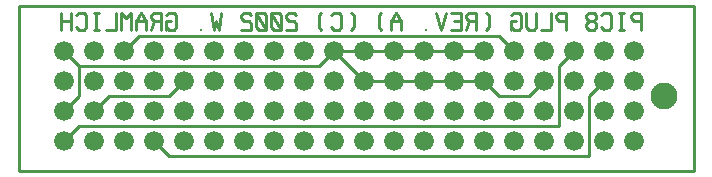
<source format=gbl>
%MOIN*%
%FSLAX25Y25*%
G04 D10 used for Character Trace; *
G04     Circle (OD=.01000) (No hole)*
G04 D11 used for Power Trace; *
G04     Circle (OD=.06700) (No hole)*
G04 D12 used for Signal Trace; *
G04     Circle (OD=.01100) (No hole)*
G04 D13 used for Via; *
G04     Circle (OD=.05800) (Round. Hole ID=.02800)*
G04 D14 used for Component hole; *
G04     Circle (OD=.06500) (Round. Hole ID=.03500)*
G04 D15 used for Component hole; *
G04     Circle (OD=.06600) (Round. Hole ID=.04200)*
G04 D16 used for Component hole; *
G04     Circle (OD=.08200) (Round. Hole ID=.05200)*
G04 D17 used for Component hole; *
G04     Circle (OD=.08950) (Round. Hole ID=.05950)*
G04 D18 used for Component hole; *
G04     Circle (OD=.11600) (Round. Hole ID=.08600)*
G04 D19 used for Component hole; *
G04     Circle (OD=.15500) (Round. Hole ID=.12500)*
G04 D20 used for Component hole; *
G04     Circle (OD=.18200) (Round. Hole ID=.15200)*
G04 D21 used for Component hole; *
G04     Circle (OD=.24300) (Round. Hole ID=.21300)*
%ADD10C,.01000*%
%ADD11C,.06700*%
%ADD12C,.01100*%
%ADD13C,.05800*%
%ADD14C,.06500*%
%ADD15C,.06600*%
%ADD16C,.08200*%
%ADD17C,.08950*%
%ADD18C,.11600*%
%ADD19C,.15500*%
%ADD20C,.18200*%
%ADD21C,.24300*%
%IPPOS*%
%LPD*%
G90*X0Y0D02*D15*X15000Y10000D03*D12*              
X20000Y15000D01*X180000D01*Y35000D01*             
X185000Y40000D01*D15*D03*X195000Y30000D03*D12*    
X190000Y25000D01*Y5000D01*X50000D01*              
X45000Y10000D01*D15*D03*X55000Y20000D03*X35000D03*
X55000Y10000D03*X45000Y20000D03*X35000Y10000D03*  
D12*X25000Y20000D02*X30000Y25000D01*D15*          
X25000Y20000D03*D12*X30000Y25000D02*X50000D01*    
X55000Y30000D01*D15*D03*X65000Y20000D03*Y40000D03*
X45000D03*X65000Y30000D03*X55000Y40000D03*        
X45000Y30000D03*D12*X35000Y40000D02*              
X40000Y45000D01*D15*X35000Y40000D03*D12*          
X40000Y45000D02*X160000D01*X165000Y40000D01*D15*  
D03*X175000Y30000D03*D12*X170000Y25000D01*        
X160000D01*X155000Y30000D01*D15*D03*D12*          
X145000D01*D15*D03*D12*X135000D01*D15*D03*D12*    
X125000D01*D15*D03*D12*X115000D01*D15*D03*D12*    
X105000Y40000D01*D15*D03*D12*X100000Y35000D01*    
X20000D01*Y25000D01*X15000Y20000D01*D15*D03*      
X25000Y10000D03*Y30000D03*X15000D03*D12*          
X20000Y35000D02*X15000Y40000D01*D15*D03*X25000D03*
D10*X207511Y47129D02*Y52871D01*X205000D01*        
X204163Y51914D01*Y50957D01*X205000Y50000D01*      
X207511D01*X200837Y47129D02*Y52871D01*            
X201674Y47129D02*X200000D01*X201674Y52871D02*     
X200000D01*X194163Y48086D02*X195000Y47129D01*     
X196674D01*X197511Y48086D01*Y51914D01*            
X196674Y52871D01*X195000D01*X194163Y51914D01*     
X191674Y50000D02*X192511Y50957D01*Y51914D01*      
X191674Y52871D01*X190000D01*X189163Y51914D01*     
Y50957D01*X190000Y50000D01*X191674D01*            
X192511Y49043D01*Y48086D01*X191674Y47129D01*      
X190000D01*X189163Y48086D01*Y49043D01*            
X190000Y50000D01*X182511Y47129D02*Y52871D01*      
X180000D01*X179163Y51914D01*Y50957D01*            
X180000Y50000D01*X182511D01*X177511Y52871D02*     
Y47129D01*X174163D01*X169163Y52871D02*Y48086D01*  
X170000Y47129D01*X171674D01*X172511Y48086D01*     
Y52871D01*X164163Y48086D02*X165000Y47129D01*      
X166674D01*X167511Y48086D01*Y51914D01*            
X166674Y52871D01*X165000D01*X164163Y51914D01*     
X165837Y50000D02*X164163D01*Y47129D01*            
X155837Y52871D02*X156674Y51914D01*Y48086D01*      
X155837Y47129D01*X152511D02*Y52871D01*X150000D01* 
X149163Y51914D01*Y50957D01*X150000Y50000D01*      
X152511D01*X150000D02*X149163Y47129D01*X144163D02*
X147511D01*Y52871D01*X144163D01*X147511Y50000D02* 
X145000D01*X142511Y52871D02*X140837Y47129D01*     
X139163Y52871D01*X135837Y47129D03*X127511D02*     
Y50000D01*X125837Y52871D01*X124163Y50000D01*      
Y47129D01*X127511Y50000D02*X124163D01*            
X120837Y52871D02*X120000Y51914D01*Y48086D01*      
X120837Y47129D01*X110837Y52871D02*                
X111674Y51914D01*Y48086D01*X110837Y47129D01*      
X104163Y48086D02*X105000Y47129D01*X106674D01*     
X107511Y48086D01*Y51914D01*X106674Y52871D01*      
X105000D01*X104163Y51914D01*X100837Y52871D02*     
X100000Y51914D01*Y48086D01*X100837Y47129D01*      
X92511Y51914D02*X91674Y52871D01*X90000D01*        
X89163Y51914D01*Y50957D01*X90000Y50000D01*        
X91674D01*X92511Y49043D01*Y47129D01*X89163D01*    
X84163Y48086D02*X85000Y47129D01*X86674D01*        
X87511Y48086D01*Y51914D01*X86674Y52871D01*        
X85000D01*X84163Y51914D01*Y48086D01*              
X87511Y47129D02*X84163Y52871D01*X79163Y48086D02*  
X80000Y47129D01*X81674D01*X82511Y48086D01*        
Y51914D01*X81674Y52871D01*X80000D01*              
X79163Y51914D01*Y48086D01*X82511Y47129D02*        
X79163Y52871D01*X77511Y51914D02*X76674Y52871D01*  
X75000D01*X74163Y51914D01*Y50957D01*              
X75000Y50000D01*X76674D01*X77511Y49043D01*        
Y47129D01*X74163D01*X67511Y52871D02*              
X66674Y47129D01*X65837Y50000D01*X65000Y47129D01*  
X64163Y52871D01*X60837Y47129D03*X49163Y48086D02*  
X50000Y47129D01*X51674D01*X52511Y48086D01*        
Y51914D01*X51674Y52871D01*X50000D01*              
X49163Y51914D01*X50837Y50000D02*X49163D01*        
Y47129D01*X47511D02*Y52871D01*X45000D01*          
X44163Y51914D01*Y50957D01*X45000Y50000D01*        
X47511D01*X45000D02*X44163Y47129D01*X42511D02*    
Y50000D01*X40837Y52871D01*X39163Y50000D01*        
Y47129D01*X42511Y50000D02*X39163D01*              
X37511Y47129D02*Y52871D01*X35837Y50957D01*        
X34163Y52871D01*Y47129D01*X32511Y52871D02*        
Y47129D01*X29163D01*X25837D02*Y52871D01*          
X26674Y47129D02*X25000D01*X26674Y52871D02*        
X25000D01*X19163Y48086D02*X20000Y47129D01*        
X21674D01*X22511Y48086D01*Y51914D01*              
X21674Y52871D01*X20000D01*X19163Y51914D01*        
X17511Y47129D02*Y52871D01*X14163Y47129D02*        
Y52871D01*X17511Y50000D02*X14163D01*D12*X0Y0D02*  
Y55000D01*Y0D02*X225000D01*Y55000D01*X0D01*D15*   
X35000Y30000D03*X65000Y10000D03*X75000D03*        
Y20000D03*Y30000D03*Y40000D03*X85000Y10000D03*    
Y20000D03*Y30000D03*Y40000D03*X95000Y10000D03*    
Y20000D03*Y30000D03*Y40000D03*X105000Y10000D03*   
Y20000D03*Y30000D03*D12*Y40000D02*X115000D01*D15* 
D03*D12*X125000D01*D15*D03*D12*X135000D01*D15*D03*
D12*X145000D01*D15*D03*D12*X155000D01*D15*D03*    
X165000Y30000D03*X175000Y20000D03*X135000D03*     
X145000D03*X175000Y40000D03*X155000Y20000D03*     
X165000D03*X185000Y10000D03*X125000D03*           
X185000Y20000D03*X135000Y10000D03*                
X185000Y30000D03*X145000Y10000D03*X155000D03*     
X165000D03*X125000Y20000D03*X175000Y10000D03*     
X195000D03*Y20000D03*Y40000D03*X115000Y20000D03*  
Y10000D03*X205000D03*Y20000D03*Y30000D03*         
Y40000D03*D17*X215000Y25000D03*M02*               

</source>
